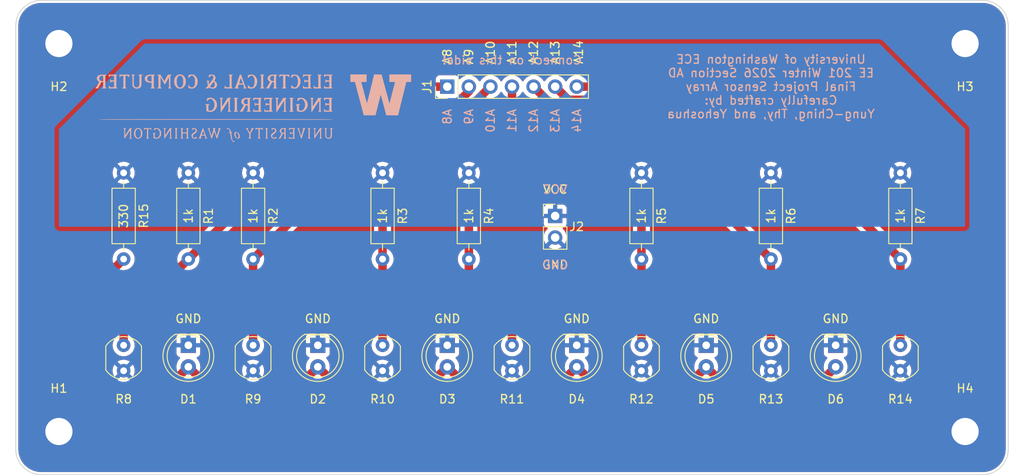
<source format=kicad_pcb>
(kicad_pcb (version 20241229) (generator "pcbnew") (generator_version "9.0")
  (layers (0 "F.Cu" signal) (2 "B.Cu" signal) (13 "F.Paste" user) (15 "B.Paste" user) (5 "F.SilkS" user "F.Silkscreen") (7 "B.SilkS" user "B.Silkscreen") (1 "F.Mask" user) (3 "B.Mask" user) (25 "Edge.Cuts" user))
  (net 0 "")
  (net 1 "Net-(D1-A)")
  (net 2 "GND")
  (net 3 "/A8")
  (net 4 "/A9")
  (net 5 "/A14")
  (net 6 "/A10")
  (net 7 "/A13")
  (net 8 "/A11")
  (net 9 "/A12")
  (net 10 "VCC")
  (footprint "OptoDevice:R_LDR_5.0x4.1mm_P3mm_Vertical" (layer "F.Cu") (at 185.42 111.76 -90)
    (property "Reference" "R13" (at 6.35 0 180) (layer "F.SilkS"))
    (property "Value" "R_Photo")
    (pad "1" thru_hole circle (at 0 0 270) (size 1.6 1.6) (drill 0.8) (layers "*.Cu" "*.Mask") (net 7 "/A13"))
    (pad "2" thru_hole circle (at 3 0 270) (size 1.6 1.6) (drill 0.8) (layers "*.Cu" "*.Mask") (net 2 "GND"))
  )
  (footprint "Connector_PinHeader_2.54mm:PinHeader_1x07_P2.54mm_Vertical" (layer "F.Cu") (at 147.32 81.28 90)
    (property "Reference" "J1" (at 0 -2.38 90) (layer "F.SilkS"))
    (property "Value" "Conn_01x07_Pin")
    (pad "1" thru_hole rect (at 0 0 90) (size 1.7 1.7) (drill 1) (layers "*.Cu" "*.Mask") (net 3 "/A8"))
    (pad "2" thru_hole circle (at 0 2.54 90) (size 1.7 1.7) (drill 1) (layers "*.Cu" "*.Mask") (net 4 "/A9"))
    (pad "3" thru_hole circle (at 0 5.08 90) (size 1.7 1.7) (drill 1) (layers "*.Cu" "*.Mask") (net 6 "/A10"))
    (pad "4" thru_hole circle (at 0 7.62 90) (size 1.7 1.7) (drill 1) (layers "*.Cu" "*.Mask") (net 8 "/A11"))
    (pad "5" thru_hole circle (at 0 10.16 90) (size 1.7 1.7) (drill 1) (layers "*.Cu" "*.Mask") (net 9 "/A12"))
    (pad "6" thru_hole circle (at 0 12.7 90) (size 1.7 1.7) (drill 1) (layers "*.Cu" "*.Mask") (net 7 "/A13"))
    (pad "7" thru_hole circle (at 0 15.24 90) (size 1.7 1.7) (drill 1) (layers "*.Cu" "*.Mask") (net 5 "/A14"))
  )
  (footprint "Resistor_THT:R_Axial_DIN0207_L6.3mm_D2.5mm_P10.16mm_Horizontal" (layer "F.Cu") (at 200.66 91.44 -90)
    (property "Reference" "R7" (at 5.08 -2.37 90) (layer "F.SilkS"))
    (property "Value" "1k")
    (pad "1" thru_hole circle (at 0 0 270) (size 1.6 1.6) (drill 0.8) (layers "*.Cu" "*.Mask") (net 10 "VCC"))
    (pad "2" thru_hole circle (at 10.16 0 270) (size 1.6 1.6) (drill 0.8) (layers "*.Cu" "*.Mask") (net 5 "/A14"))
  )
  (footprint "OptoDevice:R_LDR_5.0x4.1mm_P3mm_Vertical" (layer "F.Cu") (at 109.22 111.76 -90)
    (property "Reference" "R8" (at 6.35 0 180) (layer "F.SilkS"))
    (property "Value" "R_Photo")
    (pad "1" thru_hole circle (at 0 0 270) (size 1.6 1.6) (drill 0.8) (layers "*.Cu" "*.Mask") (net 3 "/A8"))
    (pad "2" thru_hole circle (at 3 0 270) (size 1.6 1.6) (drill 0.8) (layers "*.Cu" "*.Mask") (net 2 "GND"))
  )
  (footprint "OptoDevice:R_LDR_5.0x4.1mm_P3mm_Vertical" (layer "F.Cu") (at 139.7 111.76 -90)
    (property "Reference" "R10" (at 6.35 0 180) (layer "F.SilkS"))
    (property "Value" "R_Photo")
    (pad "1" thru_hole circle (at 0 0 270) (size 1.6 1.6) (drill 0.8) (layers "*.Cu" "*.Mask") (net 6 "/A10"))
    (pad "2" thru_hole circle (at 3 0 270) (size 1.6 1.6) (drill 0.8) (layers "*.Cu" "*.Mask") (net 2 "GND"))
  )
  (footprint "Resistor_THT:R_Axial_DIN0207_L6.3mm_D2.5mm_P10.16mm_Horizontal" (layer "F.Cu") (at 170.18 91.44 -90)
    (property "Reference" "R5" (at 5.08 -2.37 90) (layer "F.SilkS"))
    (property "Value" "1k")
    (pad "1" thru_hole circle (at 0 0 270) (size 1.6 1.6) (drill 0.8) (layers "*.Cu" "*.Mask") (net 10 "VCC"))
    (pad "2" thru_hole circle (at 10.16 0 270) (size 1.6 1.6) (drill 0.8) (layers "*.Cu" "*.Mask") (net 9 "/A12"))
  )
  (footprint "Resistor_THT:R_Axial_DIN0207_L6.3mm_D2.5mm_P10.16mm_Horizontal" (layer "F.Cu") (at 116.84 91.44 -90)
    (property "Reference" "R1" (at 5.08 -2.37 90) (layer "F.SilkS"))
    (property "Value" "1k")
    (pad "1" thru_hole circle (at 0 0 270) (size 1.6 1.6) (drill 0.8) (layers "*.Cu" "*.Mask") (net 10 "VCC"))
    (pad "2" thru_hole circle (at 10.16 0 270) (size 1.6 1.6) (drill 0.8) (layers "*.Cu" "*.Mask") (net 3 "/A8"))
  )
  (footprint "OptoDevice:R_LDR_5.0x4.1mm_P3mm_Vertical" (layer "F.Cu") (at 154.94 111.76 -90)
    (property "Reference" "R11" (at 6.35 0 180) (layer "F.SilkS"))
    (property "Value" "R_Photo")
    (pad "1" thru_hole circle (at 0 0 270) (size 1.6 1.6) (drill 0.8) (layers "*.Cu" "*.Mask") (net 8 "/A11"))
    (pad "2" thru_hole circle (at 3 0 270) (size 1.6 1.6) (drill 0.8) (layers "*.Cu" "*.Mask") (net 2 "GND"))
  )
  (footprint "OptoDevice:R_LDR_5.0x4.1mm_P3mm_Vertical" (layer "F.Cu") (at 200.66 111.76 -90)
    (property "Reference" "R14" (at 6.35 0 180) (layer "F.SilkS"))
    (property "Value" "R_Photo")
    (pad "1" thru_hole circle (at 0 0 270) (size 1.6 1.6) (drill 0.8) (layers "*.Cu" "*.Mask") (net 5 "/A14"))
    (pad "2" thru_hole circle (at 3 0 270) (size 1.6 1.6) (drill 0.8) (layers "*.Cu" "*.Mask") (net 2 "GND"))
  )
  (footprint "MountingHole:MountingHole_3.2mm_M3_Pad" (layer "F.Cu") (at 101.6 121.92)
    (property "Reference" "H1" (at 0 -5.08 0) (layer "F.SilkS"))
    (property "Value" "MountingHole_Pad")
    (pad "1" thru_hole circle (at 0 0) (size 6.4 6.4) (drill 3.2) (layers "*.Cu" "*.Mask") (net 2 "GND"))
  )
  (footprint "Resistor_THT:R_Axial_DIN0207_L6.3mm_D2.5mm_P10.16mm_Horizontal" (layer "F.Cu") (at 139.7 91.44 -90)
    (property "Reference" "R3" (at 5.08 -2.37 90) (layer "F.SilkS"))
    (property "Value" "1k")
    (pad "1" thru_hole circle (at 0 0 270) (size 1.6 1.6) (drill 0.8) (layers "*.Cu" "*.Mask") (net 10 "VCC"))
    (pad "2" thru_hole circle (at 10.16 0 270) (size 1.6 1.6) (drill 0.8) (layers "*.Cu" "*.Mask") (net 6 "/A10"))
  )
  (footprint "LED_THT:LED_D5.0mm" (layer "F.Cu") (at 147.32 111.76 -90)
    (property "Reference" "D3" (at 6.35 0 180) (layer "F.SilkS"))
    (property "Value" "LED")
    (pad "1" thru_hole rect (at 0 0 270) (size 1.8 1.8) (drill 0.9) (layers "*.Cu" "*.Mask") (net 2 "GND"))
    (pad "2" thru_hole circle (at 2.54 0 270) (size 1.8 1.8) (drill 0.9) (layers "*.Cu" "*.Mask") (net 1 "Net-(D1-A)"))
  )
  (footprint "LED_THT:LED_D5.0mm" (layer "F.Cu") (at 177.8 111.76 -90)
    (property "Reference" "D5" (at 6.35 0 180) (layer "F.SilkS"))
    (property "Value" "LED")
    (pad "1" thru_hole rect (at 0 0 270) (size 1.8 1.8) (drill 0.9) (layers "*.Cu" "*.Mask") (net 2 "GND"))
    (pad "2" thru_hole circle (at 2.54 0 270) (size 1.8 1.8) (drill 0.9) (layers "*.Cu" "*.Mask") (net 1 "Net-(D1-A)"))
  )
  (footprint "MountingHole:MountingHole_3.2mm_M3_Pad" (layer "F.Cu") (at 101.6 76.2)
    (property "Reference" "H2" (at 0 5.08 0) (layer "F.SilkS"))
    (property "Value" "MountingHole_Pad")
    (pad "1" thru_hole circle (at 0 0) (size 6.4 6.4) (drill 3.2) (layers "*.Cu" "*.Mask") (net 2 "GND"))
  )
  (footprint "Resistor_THT:R_Axial_DIN0207_L6.3mm_D2.5mm_P10.16mm_Horizontal" (layer "F.Cu") (at 149.86 91.44 -90)
    (property "Reference" "R4" (at 5.08 -2.37 90) (layer "F.SilkS"))
    (property "Value" "1k")
    (pad "1" thru_hole circle (at 0 0 270) (size 1.6 1.6) (drill 0.8) (layers "*.Cu" "*.Mask") (net 10 "VCC"))
    (pad "2" thru_hole circle (at 10.16 0 270) (size 1.6 1.6) (drill 0.8) (layers "*.Cu" "*.Mask") (net 8 "/A11"))
  )
  (footprint "LED_THT:LED_D5.0mm" (layer "F.Cu") (at 116.84 111.76 -90)
    (property "Reference" "D1" (at 6.35 0 180) (layer "F.SilkS"))
    (property "Value" "LED")
    (pad "1" thru_hole rect (at 0 0 270) (size 1.8 1.8) (drill 0.9) (layers "*.Cu" "*.Mask") (net 2 "GND"))
    (pad "2" thru_hole circle (at 2.54 0 270) (size 1.8 1.8) (drill 0.9) (layers "*.Cu" "*.Mask") (net 1 "Net-(D1-A)"))
  )
  (footprint "LED_THT:LED_D5.0mm" (layer "F.Cu") (at 193.04 111.76 -90)
    (property "Reference" "D6" (at 6.35 0 180) (layer "F.SilkS"))
    (property "Value" "LED")
    (pad "1" thru_hole rect (at 0 0 270) (size 1.8 1.8) (drill 0.9) (layers "*.Cu" "*.Mask") (net 2 "GND"))
    (pad "2" thru_hole circle (at 2.54 0 270) (size 1.8 1.8) (drill 0.9) (layers "*.Cu" "*.Mask") (net 1 "Net-(D1-A)"))
  )
  (footprint "OptoDevice:R_LDR_5.0x4.1mm_P3mm_Vertical" (layer "F.Cu") (at 124.46 111.76 -90)
    (property "Reference" "R9" (at 6.35 0 180) (layer "F.SilkS"))
    (property "Value" "R_Photo")
    (pad "1" thru_hole circle (at 0 0 270) (size 1.6 1.6) (drill 0.8) (layers "*.Cu" "*.Mask") (net 4 "/A9"))
    (pad "2" thru_hole circle (at 3 0 270) (size 1.6 1.6) (drill 0.8) (layers "*.Cu" "*.Mask") (net 2 "GND"))
  )
  (footprint "LED_THT:LED_D5.0mm" (layer "F.Cu") (at 132.08 111.76 -90)
    (property "Reference" "D2" (at 6.35 0 180) (layer "F.SilkS"))
    (property "Value" "LED")
    (pad "1" thru_hole rect (at 0 0 270) (size 1.8 1.8) (drill 0.9) (layers "*.Cu" "*.Mask") (net 2 "GND"))
    (pad "2" thru_hole circle (at 2.54 0 270) (size 1.8 1.8) (drill 0.9) (layers "*.Cu" "*.Mask") (net 1 "Net-(D1-A)"))
  )
  (footprint "OptoDevice:R_LDR_5.0x4.1mm_P3mm_Vertical" (layer "F.Cu") (at 170.18 111.76 -90)
    (property "Reference" "R12" (at 6.35 0.008372 180) (layer "F.SilkS"))
    (property "Value" "R_Photo")
    (pad "1" thru_hole circle (at 0 0 270) (size 1.6 1.6) (drill 0.8) (layers "*.Cu" "*.Mask") (net 9 "/A12"))
    (pad "2" thru_hole circle (at 3 0 270) (size 1.6 1.6) (drill 0.8) (layers "*.Cu" "*.Mask") (net 2 "GND"))
  )
  (footprint "Resistor_THT:R_Axial_DIN0207_L6.3mm_D2.5mm_P10.16mm_Horizontal" (layer "F.Cu") (at 185.42 91.44 -90)
    (property "Reference" "R6" (at 5.08 -2.37 90) (layer "F.SilkS"))
    (property "Value" "1k")
    (pad "1" thru_hole circle (at 0 0 270) (size 1.6 1.6) (drill 0.8) (layers "*.Cu" "*.Mask") (net 10 "VCC"))
    (pad "2" thru_hole circle (at 10.16 0 270) (size 1.6 1.6) (drill 0.8) (layers "*.Cu" "*.Mask") (net 7 "/A13"))
  )
  (footprint "MountingHole:MountingHole_3.2mm_M3_Pad" (layer "F.Cu") (at 208.28 121.92)
    (property "Reference" "H4" (at 0 -5.08 0) (layer "F.SilkS"))
    (property "Value" "MountingHole_Pad")
    (pad "1" thru_hole circle (at 0 0) (size 6.4 6.4) (drill 3.2) (layers "*.Cu" "*.Mask") (net 2 "GND"))
  )
  (footprint "Resistor_THT:R_Axial_DIN0207_L6.3mm_D2.5mm_P10.16mm_Horizontal" (layer "F.Cu") (at 124.46 91.44 -90)
    (property "Reference" "R2" (at 5.08 -2.37 90) (layer "F.SilkS"))
    (property "Value" "1k")
    (pad "1" thru_hole circle (at 0 0 270) (size 1.6 1.6) (drill 0.8) (layers "*.Cu" "*.Mask") (net 10 "VCC"))
    (pad "2" thru_hole circle (at 10.16 0 270) (size 1.6 1.6) (drill 0.8) (layers "*.Cu" "*.Mask") (net 4 "/A9"))
  )
  (footprint "Resistor_THT:R_Axial_DIN0207_L6.3mm_D2.5mm_P10.16mm_Horizontal" (layer "F.Cu") (at 109.22 91.44 -90)
    (property "Reference" "R15" (at 5.08 -2.37 90) (layer "F.SilkS"))
    (property "Value" "330")
    (pad "1" thru_hole circle (at 0 0 270) (size 1.6 1.6) (drill 0.8) (layers "*.Cu" "*.Mask") (net 10 "VCC"))
    (pad "2" thru_hole circle (at 10.16 0 270) (size 1.6 1.6) (drill 0.8) (layers "*.Cu" "*.Mask") (net 1 "Net-(D1-A)"))
  )
  (footprint "LED_THT:LED_D5.0mm" (layer "F.Cu") (at 162.56 111.76 -90)
    (property "Reference" "D4" (at 6.35 0 180) (layer "F.SilkS"))
    (property "Value" "LED")
    (pad "1" thru_hole rect (at 0 0 270) (size 1.8 1.8) (drill 0.9) (layers "*.Cu" "*.Mask") (net 2 "GND"))
    (pad "2" thru_hole circle (at 2.54 0 270) (size 1.8 1.8) (drill 0.9) (layers "*.Cu" "*.Mask") (net 1 "Net-(D1-A)"))
  )
  (footprint "MountingHole:MountingHole_3.2mm_M3_Pad" (layer "F.Cu") (at 208.28 76.2)
    (property "Reference" "H3" (at 0 5.08 0) (layer "F.SilkS"))
    (property "Value" "MountingHole_Pad")
    (pad "1" thru_hole circle (at 0 0) (size 6.4 6.4) (drill 3.2) (layers "*.Cu" "*.Mask") (net 2 "GND"))
  )
  (footprint "Connector_PinHeader_2.54mm:PinHeader_1x02_P2.54mm_Vertical" (layer "F.Cu") (at 160.02 96.52)
    (property "Reference" "J2" (at 2.54 1.27 0) (layer "F.SilkS"))
    (property "Value" "Conn_01x02_Pin")
    (pad "1" thru_hole rect (at 0 0) (size 1.7 1.7) (drill 1) (layers "*.Cu" "*.Mask") (net 10 "VCC"))
    (pad "2" thru_hole circle (at 0 2.54) (size 1.7 1.7) (drill 1) (layers "*.Cu" "*.Mask") (net 2 "GND"))
  )
  (footprint "LOGO" (layer "B.Cu") (at 124.46 83.82 180)
    (property "Reference" "G***" (hide yes))
    (property "Value" "LOGO" (hide yes))
  )
  (gr_line (start 99.52 71.12) (end 210.36 71.12) (stroke (width 0.1)) (layer "Edge.Cuts"))
  (gr_arc (start 210.36 71.12) (mid 212.48132 71.99868) (end 213.36 74.12) (stroke (width 0.1)) (layer "Edge.Cuts"))
  (gr_line (start 213.36 74.12) (end 213.36 124) (stroke (width 0.1)) (layer "Edge.Cuts"))
  (gr_line (start 210.36 127) (end 99.52 127) (stroke (width 0.1)) (layer "Edge.Cuts"))
  (gr_line (start 96.52 124) (end 96.52 74.12) (stroke (width 0.1)) (layer "Edge.Cuts"))
  (gr_arc (start 96.52 74.12) (mid 97.39868 71.99868) (end 99.52 71.12) (stroke (width 0.1)) (layer "Edge.Cuts"))
  (gr_arc (start 213.36 124) (mid 212.48132 126.12132) (end 210.36 127) (stroke (width 0.1)) (layer "Edge.Cuts"))
  (gr_arc (start 99.52 127) (mid 97.39868 126.12132) (end 96.52 124) (stroke (width 0.1)) (layer "Edge.Cuts"))
  (gr_text "1k" (at 124.46 96.52 90) (layer "F.SilkS") (effects (font (size 1 1) (thickness 0.153))))
  (gr_text "1k" (at 170.18 96.52 90) (layer "F.SilkS") (effects (font (size 1 1) (thickness 0.153))))
  (gr_text "A9" (at 149.86 78.74 90) (layer "F.SilkS") (effects (font (size 1 1) (thickness 0.153)) (justify left)))
  (gr_text "A13" (at 160.02 78.74 90) (layer "F.SilkS") (effects (font (size 1 1) (thickness 0.153)) (justify left)))
  (gr_text "GND" (at 193.04 109.22 0) (layer "F.SilkS") (effects (font (size 1 1) (thickness 0.153)) (justify bottom)))
  (gr_text "A12" (at 157.48 78.74 90) (layer "F.SilkS") (effects (font (size 1 1) (thickness 0.153)) (justify left)))
  (gr_text "GND" (at 160.02 102.87 0) (layer "F.SilkS") (effects (font (size 1 1) (thickness 0.153)) (justify bottom)))
  (gr_text "1k" (at 149.86 96.52 90) (layer "F.SilkS") (effects (font (size 1 1) (thickness 0.153))))
  (gr_text "GND" (at 162.56 109.22 0) (layer "F.SilkS") (effects (font (size 1 1) (thickness 0.153)) (justify bottom)))
  (gr_text "1k" (at 116.84 96.52 90) (layer "F.SilkS") (effects (font (size 1 1) (thickness 0.153))))
  (gr_text "1k" (at 185.42 96.52 90) (layer "F.SilkS") (effects (font (size 1 1) (thickness 0.153))))
  (gr_text "A8" (at 147.32 78.74 90) (layer "F.SilkS") (effects (font (size 1 1) (thickness 0.153)) (justify left)))
  (gr_text "A14" (at 162.77984 78.691309 90) (layer "F.SilkS") (effects (font (size 1 1) (thickness 0.153)) (justify left)))
  (gr_text "GND" (at 116.84 109.22 0) (layer "F.SilkS") (effects (font (size 1 1) (thickness 0.153)) (justify bottom)))
  (gr_text "1k" (at 139.7 96.52 90) (layer "F.SilkS") (effects (font (size 1 1) (thickness 0.153))))
  (gr_text "1k" (at 200.66 96.52 90) (layer "F.SilkS") (effects (font (size 1 1) (thickness 0.153))))
  (gr_text "GND" (at 132.08 109.22 0) (layer "F.SilkS") (effects (font (size 1 1) (thickness 0.153)) (justify bottom)))
  (gr_text "330" (at 109.22 96.52 90) (layer "F.SilkS") (effects (font (size 1 1) (thickness 0.153))))
  (gr_text "A11" (at 154.94 78.74 90) (layer "F.SilkS") (effects (font (size 1 1) (thickness 0.153)) (justify left)))
  (gr_text "GND" (at 147.32 109.22 0) (layer "F.SilkS") (effects (font (size 1 1) (thickness 0.153)) (justify bottom)))
  (gr_text "A10" (at 152.4 78.74 90) (layer "F.SilkS") (effects (font (size 1 1) (thickness 0.153)) (justify left)))
  (gr_text "VCC" (at 160.02 93.98 0) (layer "F.SilkS") (effects (font (size 1 1) (thickness 0.153)) (justify bottom)))
  (gr_text "GND" (at 177.8 109.22 0) (layer "F.SilkS") (effects (font (size 1 1) (thickness 0.153)) (justify bottom)))
  (gr_text "A10" (at 152.4 83.82 90) (layer "B.SilkS") (effects (font (size 1 1) (thickness 0.153)) (justify left mirror)))
  (gr_text "A8" (at 147.32 83.82 90) (layer "B.SilkS") (effects (font (size 1 1) (thickness 0.153)) (justify left mirror)))
  (gr_text "University of Washington ECE\nEE 201 Winter 2026 Section AD\nFinal Project Sensor Array\nCarefully crafted by:\nYung-Ching, Thy, and Yehoshua" (at 185.42 81.28 0) (layer "B.SilkS") (effects (font (size 1 1) (thickness 0.153)) (justify mirror)))
  (gr_text "A9" (at 149.86 83.82 90) (layer "B.SilkS") (effects (font (size 1 1) (thickness 0.153)) (justify left mirror)))
  (gr_text "A11" (at 154.94 83.82 90) (layer "B.SilkS") (effects (font (size 1 1) (thickness 0.153)) (justify left mirror)))
  (gr_text "GND" (at 160.02 102.87 0) (layer "B.SilkS") (effects (font (size 1 1) (thickness 0.153)) (justify bottom mirror)))
  (gr_text "A12" (at 157.48 83.82 90) (layer "B.SilkS") (effects (font (size 1 1) (thickness 0.153)) (justify left mirror)))
  (gr_text "VCC" (at 160.02 93.98 0) (layer "B.SilkS") (effects (font (size 1 1) (thickness 0.153)) (justify bottom mirror)))
  (gr_text "A13" (at 160.02 83.82 90) (layer "B.SilkS") (effects (font (size 1 1) (thickness 0.153)) (justify left mirror)))
  (gr_text "Connect on this side!" (at 154.94 78.74 0) (layer "B.SilkS") (effects (font (size 1 1) (thickness 0.153)) (justify bottom mirror)))
  (gr_text "A14" (at 162.56 83.82 90) (layer "B.SilkS") (effects (font (size 1 1) (thickness 0.153)) (justify left mirror)))
  (segment (start 147.32 114.3) (end 149.86 116.84) (width 1) (layer "F.Cu") (net 1))
  (segment (start 132.08 114.3) (end 129.54 116.84) (width 1) (layer "F.Cu") (net 1))
  (segment (start 114.3 116.84) (end 119.38 116.84) (width 1) (layer "F.Cu") (net 1))
  (segment (start 106.68 116.84) (end 114.3 116.84) (width 1) (layer "F.Cu") (net 1))
  (segment (start 116.84 114.3) (end 114.3 116.84) (width 1) (layer "F.Cu") (net 1))
  (segment (start 134.62 116.84) (end 144.78 116.84) (width 1) (layer "F.Cu") (net 1))
  (segment (start 160.02 116.84) (end 165.1 116.84) (width 1) (layer "F.Cu") (net 1))
  (segment (start 147.32 114.3) (end 144.78 116.84) (width 1) (layer "F.Cu") (net 1))
  (segment (start 132.08 114.3) (end 134.62 116.84) (width 1) (layer "F.Cu") (net 1))
  (segment (start 175.26 116.84) (end 180.34 116.84) (width 1) (layer "F.Cu") (net 1))
  (segment (start 119.38 116.84) (end 129.54 116.84) (width 1) (layer "F.Cu") (net 1))
  (segment (start 104.14 114.3) (end 106.68 116.84) (width 1) (layer "F.Cu") (net 1))
  (segment (start 109.22 101.6) (end 104.14 106.68) (width 1) (layer "F.Cu") (net 1))
  (segment (start 162.56 114.3) (end 160.02 116.84) (width 1) (layer "F.Cu") (net 1))
  (segment (start 116.84 114.3) (end 119.38 116.84) (width 1) (layer "F.Cu") (net 1))
  (segment (start 165.1 116.84) (end 175.26 116.84) (width 1) (layer "F.Cu") (net 1))
  (segment (start 129.54 116.84) (end 134.62 116.84) (width 1) (layer "F.Cu") (net 1))
  (segment (start 144.78 116.84) (end 149.86 116.84) (width 1) (layer "F.Cu") (net 1))
  (segment (start 180.34 116.84) (end 190.5 116.84) (width 1) (layer "F.Cu") (net 1))
  (segment (start 177.8 114.3) (end 175.26 116.84) (width 1) (layer "F.Cu") (net 1))
  (segment (start 104.14 106.68) (end 104.14 114.3) (width 1) (layer "F.Cu") (net 1))
  (segment (start 177.8 114.3) (end 180.34 116.84) (width 1) (layer "F.Cu") (net 1))
  (segment (start 149.86 116.84) (end 160.02 116.84) (width 1) (layer "F.Cu") (net 1))
  (segment (start 162.56 114.3) (end 165.1 116.84) (width 1) (layer "F.Cu") (net 1))
  (segment (start 190.5 116.84) (end 193.04 114.3) (width 1) (layer "F.Cu") (net 1))
  (segment (start 137.16 81.28) (end 147.32 81.28) (width 1) (layer "F.Cu") (net 3))
  (segment (start 109.22 109.22) (end 109.22 111.76) (width 1) (layer "F.Cu") (net 3))
  (segment (start 116.84 101.6) (end 137.16 81.28) (width 1) (layer "F.Cu") (net 3))
  (segment (start 116.84 101.6) (end 109.22 109.22) (width 1) (layer "F.Cu") (net 3))
  (segment (start 124.46 101.6) (end 142.24 83.82) (width 1) (layer "F.Cu") (net 4))
  (segment (start 147.882 83.82) (end 149.86 81.842) (width 1) (layer "F.Cu") (net 4))
  (segment (start 142.24 83.82) (end 147.882 83.82) (width 1) (layer "F.Cu") (net 4))
  (segment (start 124.46 101.6) (end 124.46 111.76) (width 1) (layer "F.Cu") (net 4))
  (segment (start 149.86 81.842) (end 149.86 81.28) (width 1) (layer "F.Cu") (net 4))
  (segment (start 180.34 81.28) (end 162.56 81.28) (width 1) (layer "F.Cu") (net 5))
  (segment (start 200.66 101.6) (end 200.66 111.76) (width 1) (layer "F.Cu") (net 5))
  (segment (start 200.66 101.6) (end 180.34 81.28) (width 1) (layer "F.Cu") (net 5))
  (segment (start 139.7 101.6) (end 139.7 93.98) (width 1) (layer "F.Cu") (net 6))
  (segment (start 139.7 93.98) (end 152.4 81.28) (width 1) (layer "F.Cu") (net 6))
  (segment (start 139.7 101.6) (end 139.7 111.76) (width 1) (layer "F.Cu") (net 6))
  (segment (start 161.571 82.831) (end 160.02 81.28) (width 1) (layer "F.Cu") (net 7))
  (segment (start 166.651 82.831) (end 161.571 82.831) (width 1) (layer "F.Cu") (net 7))
  (segment (start 185.42 101.6) (end 166.651 82.831) (width 1) (layer "F.Cu") (net 7))
  (segment (start 185.42 101.6) (end 185.42 111.76) (width 1) (layer "F.Cu") (net 7))
  (segment (start 149.86 104.14) (end 154.94 109.22) (width 1) (layer "F.Cu") (net 8))
  (segment (start 149.86 101.6) (end 149.86 93.98) (width 1) (layer "F.Cu") (net 8))
  (segment (start 154.94 109.22) (end 154.94 111.76) (width 1) (layer "F.Cu") (net 8))
  (segment (start 149.86 101.6) (end 149.86 104.14) (width 1) (layer "F.Cu") (net 8))
  (segment (start 154.94 88.9) (end 154.94 81.28) (width 1) (layer "F.Cu") (net 8))
  (segment (start 149.86 93.98) (end 154.94 88.9) (width 1) (layer "F.Cu") (net 8))
  (segment (start 170.18 93.98) (end 157.48 81.28) (width 1) (layer "F.Cu") (net 9))
  (segment (start 170.18 101.6) (end 170.18 93.98) (width 1) (layer "F.Cu") (net 9))
  (segment (start 170.18 101.6) (end 170.18 111.76) (width 1) (layer "F.Cu") (net 9))
  (zone (net 0) (net_name "") (layer "F.Cu") (priority 2) (connect_pads (clearance 0.5)) (min_thickness 0.25) (fill yes (thermal_gap 0.5) (thermal_bridge_width 0.5) (island_removal_mode 1) (island_area_min 10))
    (polygon (pts (xy 213.36 127) (xy 213.36 71.12) (xy 96.52 71.12) (xy 96.52 127)))
  )
  (zone (net 10) (net_name "VCC") (layer "B.Cu") (priority 1) (connect_pads (clearance 0.5)) (min_thickness 0.25) (fill yes (thermal_gap 0.5) (thermal_bridge_width 0.5))
    (polygon (pts (xy 101.6 97.79) (xy 208.28 97.79) (xy 208.28 86.28) (xy 198.2 76.2) (xy 111.68 76.2) (xy 101.6 86.28)))
  )
  (zone (net 2) (net_name "GND") (layer "B.Cu") (connect_pads (clearance 0.5)) (min_thickness 0.25) (fill yes (thermal_gap 0.5) (thermal_bridge_width 0.5))
    (polygon (pts (xy 213.36 127) (xy 96.52 127) (xy 96.52 71.12) (xy 111.76 71.12) (xy 111.68 76.2) (xy 101.6 86.28) (xy 101.6 97.79) (xy 208.28 97.79) (xy 208.28 86.28) (xy 198.2 76.2) (xy 111.68 76.2) (xy 111.76 71.12) (xy 213.36 71.12)))
  )
)
</source>
